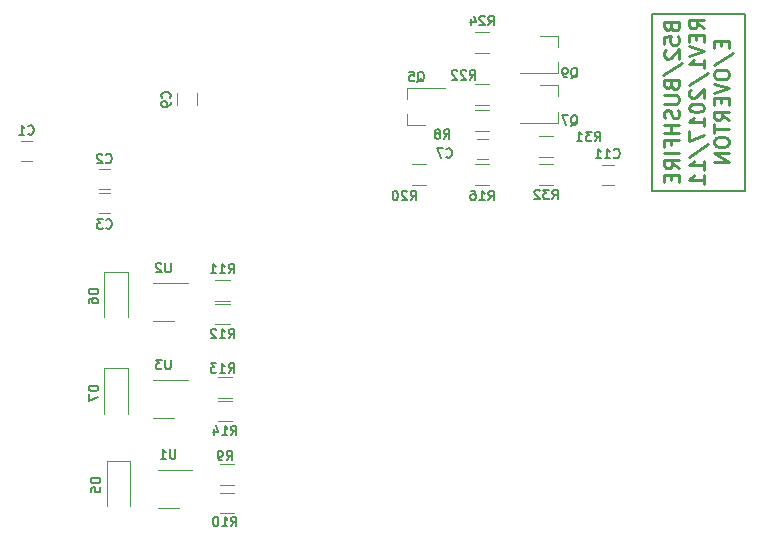
<source format=gbr>
G04 #@! TF.FileFunction,Legend,Bot*
%FSLAX46Y46*%
G04 Gerber Fmt 4.6, Leading zero omitted, Abs format (unit mm)*
G04 Created by KiCad (PCBNEW 4.0.7) date Wed Nov 15 19:51:43 2017*
%MOMM*%
%LPD*%
G01*
G04 APERTURE LIST*
%ADD10C,0.100000*%
%ADD11C,0.200000*%
%ADD12C,0.250000*%
%ADD13C,0.120000*%
%ADD14C,0.150000*%
G04 APERTURE END LIST*
D10*
D11*
X120400000Y-75200000D02*
X120200000Y-75200000D01*
X128000000Y-75200000D02*
X120400000Y-75200000D01*
X128000000Y-60200000D02*
X128000000Y-75200000D01*
X120200000Y-60200000D02*
X128000000Y-60200000D01*
X120200000Y-75200000D02*
X120200000Y-60200000D01*
X120400000Y-75200000D02*
X120200000Y-75200000D01*
D12*
X121785714Y-61290477D02*
X121845238Y-61469048D01*
X121904762Y-61528572D01*
X122023810Y-61588096D01*
X122202381Y-61588096D01*
X122321429Y-61528572D01*
X122380952Y-61469048D01*
X122440476Y-61350001D01*
X122440476Y-60873810D01*
X121190476Y-60873810D01*
X121190476Y-61290477D01*
X121250000Y-61409524D01*
X121309524Y-61469048D01*
X121428571Y-61528572D01*
X121547619Y-61528572D01*
X121666667Y-61469048D01*
X121726190Y-61409524D01*
X121785714Y-61290477D01*
X121785714Y-60873810D01*
X121190476Y-62719048D02*
X121190476Y-62123810D01*
X121785714Y-62064286D01*
X121726190Y-62123810D01*
X121666667Y-62242858D01*
X121666667Y-62540477D01*
X121726190Y-62659524D01*
X121785714Y-62719048D01*
X121904762Y-62778572D01*
X122202381Y-62778572D01*
X122321429Y-62719048D01*
X122380952Y-62659524D01*
X122440476Y-62540477D01*
X122440476Y-62242858D01*
X122380952Y-62123810D01*
X122321429Y-62064286D01*
X121309524Y-63254762D02*
X121250000Y-63314286D01*
X121190476Y-63433334D01*
X121190476Y-63730953D01*
X121250000Y-63850000D01*
X121309524Y-63909524D01*
X121428571Y-63969048D01*
X121547619Y-63969048D01*
X121726190Y-63909524D01*
X122440476Y-63195238D01*
X122440476Y-63969048D01*
X121130952Y-65397619D02*
X122738095Y-64326191D01*
X121785714Y-66230953D02*
X121845238Y-66409524D01*
X121904762Y-66469048D01*
X122023810Y-66528572D01*
X122202381Y-66528572D01*
X122321429Y-66469048D01*
X122380952Y-66409524D01*
X122440476Y-66290477D01*
X122440476Y-65814286D01*
X121190476Y-65814286D01*
X121190476Y-66230953D01*
X121250000Y-66350000D01*
X121309524Y-66409524D01*
X121428571Y-66469048D01*
X121547619Y-66469048D01*
X121666667Y-66409524D01*
X121726190Y-66350000D01*
X121785714Y-66230953D01*
X121785714Y-65814286D01*
X121190476Y-67064286D02*
X122202381Y-67064286D01*
X122321429Y-67123810D01*
X122380952Y-67183334D01*
X122440476Y-67302381D01*
X122440476Y-67540477D01*
X122380952Y-67659524D01*
X122321429Y-67719048D01*
X122202381Y-67778572D01*
X121190476Y-67778572D01*
X122380952Y-68314286D02*
X122440476Y-68492858D01*
X122440476Y-68790477D01*
X122380952Y-68909524D01*
X122321429Y-68969048D01*
X122202381Y-69028572D01*
X122083333Y-69028572D01*
X121964286Y-68969048D01*
X121904762Y-68909524D01*
X121845238Y-68790477D01*
X121785714Y-68552381D01*
X121726190Y-68433334D01*
X121666667Y-68373810D01*
X121547619Y-68314286D01*
X121428571Y-68314286D01*
X121309524Y-68373810D01*
X121250000Y-68433334D01*
X121190476Y-68552381D01*
X121190476Y-68850001D01*
X121250000Y-69028572D01*
X122440476Y-69564286D02*
X121190476Y-69564286D01*
X121785714Y-69564286D02*
X121785714Y-70278572D01*
X122440476Y-70278572D02*
X121190476Y-70278572D01*
X121785714Y-71290477D02*
X121785714Y-70873810D01*
X122440476Y-70873810D02*
X121190476Y-70873810D01*
X121190476Y-71469048D01*
X122440476Y-71945239D02*
X121190476Y-71945239D01*
X122440476Y-73254763D02*
X121845238Y-72838096D01*
X122440476Y-72540477D02*
X121190476Y-72540477D01*
X121190476Y-73016668D01*
X121250000Y-73135715D01*
X121309524Y-73195239D01*
X121428571Y-73254763D01*
X121607143Y-73254763D01*
X121726190Y-73195239D01*
X121785714Y-73135715D01*
X121845238Y-73016668D01*
X121845238Y-72540477D01*
X121785714Y-73790477D02*
X121785714Y-74207144D01*
X122440476Y-74385715D02*
X122440476Y-73790477D01*
X121190476Y-73790477D01*
X121190476Y-74385715D01*
X124565476Y-61409525D02*
X123970238Y-60992858D01*
X124565476Y-60695239D02*
X123315476Y-60695239D01*
X123315476Y-61171430D01*
X123375000Y-61290477D01*
X123434524Y-61350001D01*
X123553571Y-61409525D01*
X123732143Y-61409525D01*
X123851190Y-61350001D01*
X123910714Y-61290477D01*
X123970238Y-61171430D01*
X123970238Y-60695239D01*
X123910714Y-61945239D02*
X123910714Y-62361906D01*
X124565476Y-62540477D02*
X124565476Y-61945239D01*
X123315476Y-61945239D01*
X123315476Y-62540477D01*
X123315476Y-62897620D02*
X124565476Y-63314286D01*
X123315476Y-63730953D01*
X124565476Y-64802382D02*
X124565476Y-64088096D01*
X124565476Y-64445239D02*
X123315476Y-64445239D01*
X123494048Y-64326191D01*
X123613095Y-64207144D01*
X123672619Y-64088096D01*
X123255952Y-66230953D02*
X124863095Y-65159525D01*
X123434524Y-66588096D02*
X123375000Y-66647620D01*
X123315476Y-66766668D01*
X123315476Y-67064287D01*
X123375000Y-67183334D01*
X123434524Y-67242858D01*
X123553571Y-67302382D01*
X123672619Y-67302382D01*
X123851190Y-67242858D01*
X124565476Y-66528572D01*
X124565476Y-67302382D01*
X123315476Y-68076191D02*
X123315476Y-68195239D01*
X123375000Y-68314287D01*
X123434524Y-68373810D01*
X123553571Y-68433334D01*
X123791667Y-68492858D01*
X124089286Y-68492858D01*
X124327381Y-68433334D01*
X124446429Y-68373810D01*
X124505952Y-68314287D01*
X124565476Y-68195239D01*
X124565476Y-68076191D01*
X124505952Y-67957144D01*
X124446429Y-67897620D01*
X124327381Y-67838096D01*
X124089286Y-67778572D01*
X123791667Y-67778572D01*
X123553571Y-67838096D01*
X123434524Y-67897620D01*
X123375000Y-67957144D01*
X123315476Y-68076191D01*
X124565476Y-69683334D02*
X124565476Y-68969048D01*
X124565476Y-69326191D02*
X123315476Y-69326191D01*
X123494048Y-69207143D01*
X123613095Y-69088096D01*
X123672619Y-68969048D01*
X123315476Y-70100000D02*
X123315476Y-70933334D01*
X124565476Y-70397619D01*
X123255952Y-72302381D02*
X124863095Y-71230953D01*
X124565476Y-73373810D02*
X124565476Y-72659524D01*
X124565476Y-73016667D02*
X123315476Y-73016667D01*
X123494048Y-72897619D01*
X123613095Y-72778572D01*
X123672619Y-72659524D01*
X124565476Y-74564286D02*
X124565476Y-73850000D01*
X124565476Y-74207143D02*
X123315476Y-74207143D01*
X123494048Y-74088095D01*
X123613095Y-73969048D01*
X123672619Y-73850000D01*
X126035714Y-62510714D02*
X126035714Y-62927381D01*
X126690476Y-63105952D02*
X126690476Y-62510714D01*
X125440476Y-62510714D01*
X125440476Y-63105952D01*
X125380952Y-64534523D02*
X126988095Y-63463095D01*
X125440476Y-65189285D02*
X125440476Y-65427381D01*
X125500000Y-65546428D01*
X125619048Y-65665476D01*
X125857143Y-65725000D01*
X126273810Y-65725000D01*
X126511905Y-65665476D01*
X126630952Y-65546428D01*
X126690476Y-65427381D01*
X126690476Y-65189285D01*
X126630952Y-65070238D01*
X126511905Y-64951190D01*
X126273810Y-64891666D01*
X125857143Y-64891666D01*
X125619048Y-64951190D01*
X125500000Y-65070238D01*
X125440476Y-65189285D01*
X125440476Y-66082143D02*
X126690476Y-66498809D01*
X125440476Y-66915476D01*
X126035714Y-67332143D02*
X126035714Y-67748810D01*
X126690476Y-67927381D02*
X126690476Y-67332143D01*
X125440476Y-67332143D01*
X125440476Y-67927381D01*
X126690476Y-69177381D02*
X126095238Y-68760714D01*
X126690476Y-68463095D02*
X125440476Y-68463095D01*
X125440476Y-68939286D01*
X125500000Y-69058333D01*
X125559524Y-69117857D01*
X125678571Y-69177381D01*
X125857143Y-69177381D01*
X125976190Y-69117857D01*
X126035714Y-69058333D01*
X126095238Y-68939286D01*
X126095238Y-68463095D01*
X125440476Y-69534524D02*
X125440476Y-70248809D01*
X126690476Y-69891666D02*
X125440476Y-69891666D01*
X125440476Y-70903571D02*
X125440476Y-71141667D01*
X125500000Y-71260714D01*
X125619048Y-71379762D01*
X125857143Y-71439286D01*
X126273810Y-71439286D01*
X126511905Y-71379762D01*
X126630952Y-71260714D01*
X126690476Y-71141667D01*
X126690476Y-70903571D01*
X126630952Y-70784524D01*
X126511905Y-70665476D01*
X126273810Y-70605952D01*
X125857143Y-70605952D01*
X125619048Y-70665476D01*
X125500000Y-70784524D01*
X125440476Y-70903571D01*
X126690476Y-71975000D02*
X125440476Y-71975000D01*
X126690476Y-72689286D01*
X125440476Y-72689286D01*
D13*
X73800000Y-82000000D02*
X75800000Y-82000000D01*
X75800000Y-82000000D02*
X75800000Y-85850000D01*
X73800000Y-82000000D02*
X73800000Y-85850000D01*
X80100000Y-102010000D02*
X78300000Y-102010000D01*
X78300000Y-98790000D02*
X81250000Y-98790000D01*
X66700000Y-70950000D02*
X67700000Y-70950000D01*
X67700000Y-72650000D02*
X66700000Y-72650000D01*
X73300000Y-73350000D02*
X74300000Y-73350000D01*
X74300000Y-75050000D02*
X73300000Y-75050000D01*
X73300000Y-75350000D02*
X74300000Y-75350000D01*
X74300000Y-77050000D02*
X73300000Y-77050000D01*
X106300000Y-72450000D02*
X105300000Y-72450000D01*
X105300000Y-70750000D02*
X106300000Y-70750000D01*
X79950000Y-67900000D02*
X79950000Y-66900000D01*
X81650000Y-66900000D02*
X81650000Y-67900000D01*
X115900000Y-72950000D02*
X116900000Y-72950000D01*
X116900000Y-74650000D02*
X115900000Y-74650000D01*
X74000000Y-98000000D02*
X76000000Y-98000000D01*
X76000000Y-98000000D02*
X76000000Y-101850000D01*
X74000000Y-98000000D02*
X74000000Y-101850000D01*
X73800000Y-90200000D02*
X75800000Y-90200000D01*
X75800000Y-90200000D02*
X75800000Y-94050000D01*
X73800000Y-90200000D02*
X73800000Y-94050000D01*
X99440000Y-69580000D02*
X99440000Y-68650000D01*
X99440000Y-66420000D02*
X99440000Y-67350000D01*
X99440000Y-66420000D02*
X102600000Y-66420000D01*
X99440000Y-69580000D02*
X100900000Y-69580000D01*
X112160000Y-66220000D02*
X112160000Y-67150000D01*
X112160000Y-69380000D02*
X112160000Y-68450000D01*
X112160000Y-69380000D02*
X109000000Y-69380000D01*
X112160000Y-66220000D02*
X110700000Y-66220000D01*
X112160000Y-62020000D02*
X112160000Y-62950000D01*
X112160000Y-65180000D02*
X112160000Y-64250000D01*
X112160000Y-65180000D02*
X109000000Y-65180000D01*
X112160000Y-62020000D02*
X110700000Y-62020000D01*
X106400000Y-68320000D02*
X105200000Y-68320000D01*
X105200000Y-70080000D02*
X106400000Y-70080000D01*
X84800000Y-98320000D02*
X83600000Y-98320000D01*
X83600000Y-100080000D02*
X84800000Y-100080000D01*
X84800000Y-100720000D02*
X83600000Y-100720000D01*
X83600000Y-102480000D02*
X84800000Y-102480000D01*
X84400000Y-82720000D02*
X83200000Y-82720000D01*
X83200000Y-84480000D02*
X84400000Y-84480000D01*
X84400000Y-84720000D02*
X83200000Y-84720000D01*
X83200000Y-86480000D02*
X84400000Y-86480000D01*
X84600000Y-90920000D02*
X83400000Y-90920000D01*
X83400000Y-92680000D02*
X84600000Y-92680000D01*
X84600000Y-92920000D02*
X83400000Y-92920000D01*
X83400000Y-94680000D02*
X84600000Y-94680000D01*
X105200000Y-74680000D02*
X106400000Y-74680000D01*
X106400000Y-72920000D02*
X105200000Y-72920000D01*
X99800000Y-74680000D02*
X101000000Y-74680000D01*
X101000000Y-72920000D02*
X99800000Y-72920000D01*
X106400000Y-66120000D02*
X105200000Y-66120000D01*
X105200000Y-67880000D02*
X106400000Y-67880000D01*
X106400000Y-61720000D02*
X105200000Y-61720000D01*
X105200000Y-63480000D02*
X106400000Y-63480000D01*
X110600000Y-72280000D02*
X111800000Y-72280000D01*
X111800000Y-70520000D02*
X110600000Y-70520000D01*
X111800000Y-72920000D02*
X110600000Y-72920000D01*
X110600000Y-74680000D02*
X111800000Y-74680000D01*
X79700000Y-86210000D02*
X77900000Y-86210000D01*
X77900000Y-82990000D02*
X80850000Y-82990000D01*
X79700000Y-94410000D02*
X77900000Y-94410000D01*
X77900000Y-91190000D02*
X80850000Y-91190000D01*
D14*
X73256905Y-83482524D02*
X72456905Y-83482524D01*
X72456905Y-83673000D01*
X72495000Y-83787286D01*
X72571190Y-83863477D01*
X72647381Y-83901572D01*
X72799762Y-83939667D01*
X72914048Y-83939667D01*
X73066429Y-83901572D01*
X73142619Y-83863477D01*
X73218810Y-83787286D01*
X73256905Y-83673000D01*
X73256905Y-83482524D01*
X72456905Y-84625381D02*
X72456905Y-84473000D01*
X72495000Y-84396810D01*
X72533095Y-84358715D01*
X72647381Y-84282524D01*
X72799762Y-84244429D01*
X73104524Y-84244429D01*
X73180714Y-84282524D01*
X73218810Y-84320619D01*
X73256905Y-84396810D01*
X73256905Y-84549191D01*
X73218810Y-84625381D01*
X73180714Y-84663477D01*
X73104524Y-84701572D01*
X72914048Y-84701572D01*
X72837857Y-84663477D01*
X72799762Y-84625381D01*
X72761667Y-84549191D01*
X72761667Y-84396810D01*
X72799762Y-84320619D01*
X72837857Y-84282524D01*
X72914048Y-84244429D01*
X79809524Y-97061905D02*
X79809524Y-97709524D01*
X79771429Y-97785714D01*
X79733333Y-97823810D01*
X79657143Y-97861905D01*
X79504762Y-97861905D01*
X79428571Y-97823810D01*
X79390476Y-97785714D01*
X79352381Y-97709524D01*
X79352381Y-97061905D01*
X78552381Y-97861905D02*
X79009524Y-97861905D01*
X78780953Y-97861905D02*
X78780953Y-97061905D01*
X78857143Y-97176190D01*
X78933334Y-97252381D01*
X79009524Y-97290476D01*
X67333333Y-70335714D02*
X67371428Y-70373810D01*
X67485714Y-70411905D01*
X67561904Y-70411905D01*
X67676190Y-70373810D01*
X67752381Y-70297619D01*
X67790476Y-70221429D01*
X67828571Y-70069048D01*
X67828571Y-69954762D01*
X67790476Y-69802381D01*
X67752381Y-69726190D01*
X67676190Y-69650000D01*
X67561904Y-69611905D01*
X67485714Y-69611905D01*
X67371428Y-69650000D01*
X67333333Y-69688095D01*
X66571428Y-70411905D02*
X67028571Y-70411905D01*
X66800000Y-70411905D02*
X66800000Y-69611905D01*
X66876190Y-69726190D01*
X66952381Y-69802381D01*
X67028571Y-69840476D01*
X73933333Y-72735714D02*
X73971428Y-72773810D01*
X74085714Y-72811905D01*
X74161904Y-72811905D01*
X74276190Y-72773810D01*
X74352381Y-72697619D01*
X74390476Y-72621429D01*
X74428571Y-72469048D01*
X74428571Y-72354762D01*
X74390476Y-72202381D01*
X74352381Y-72126190D01*
X74276190Y-72050000D01*
X74161904Y-72011905D01*
X74085714Y-72011905D01*
X73971428Y-72050000D01*
X73933333Y-72088095D01*
X73628571Y-72088095D02*
X73590476Y-72050000D01*
X73514285Y-72011905D01*
X73323809Y-72011905D01*
X73247619Y-72050000D01*
X73209523Y-72088095D01*
X73171428Y-72164286D01*
X73171428Y-72240476D01*
X73209523Y-72354762D01*
X73666666Y-72811905D01*
X73171428Y-72811905D01*
X73933333Y-78285714D02*
X73971428Y-78323810D01*
X74085714Y-78361905D01*
X74161904Y-78361905D01*
X74276190Y-78323810D01*
X74352381Y-78247619D01*
X74390476Y-78171429D01*
X74428571Y-78019048D01*
X74428571Y-77904762D01*
X74390476Y-77752381D01*
X74352381Y-77676190D01*
X74276190Y-77600000D01*
X74161904Y-77561905D01*
X74085714Y-77561905D01*
X73971428Y-77600000D01*
X73933333Y-77638095D01*
X73666666Y-77561905D02*
X73171428Y-77561905D01*
X73438095Y-77866667D01*
X73323809Y-77866667D01*
X73247619Y-77904762D01*
X73209523Y-77942857D01*
X73171428Y-78019048D01*
X73171428Y-78209524D01*
X73209523Y-78285714D01*
X73247619Y-78323810D01*
X73323809Y-78361905D01*
X73552381Y-78361905D01*
X73628571Y-78323810D01*
X73666666Y-78285714D01*
X102733333Y-72285714D02*
X102771428Y-72323810D01*
X102885714Y-72361905D01*
X102961904Y-72361905D01*
X103076190Y-72323810D01*
X103152381Y-72247619D01*
X103190476Y-72171429D01*
X103228571Y-72019048D01*
X103228571Y-71904762D01*
X103190476Y-71752381D01*
X103152381Y-71676190D01*
X103076190Y-71600000D01*
X102961904Y-71561905D01*
X102885714Y-71561905D01*
X102771428Y-71600000D01*
X102733333Y-71638095D01*
X102466666Y-71561905D02*
X101933333Y-71561905D01*
X102276190Y-72361905D01*
X79335714Y-67266667D02*
X79373810Y-67228572D01*
X79411905Y-67114286D01*
X79411905Y-67038096D01*
X79373810Y-66923810D01*
X79297619Y-66847619D01*
X79221429Y-66809524D01*
X79069048Y-66771429D01*
X78954762Y-66771429D01*
X78802381Y-66809524D01*
X78726190Y-66847619D01*
X78650000Y-66923810D01*
X78611905Y-67038096D01*
X78611905Y-67114286D01*
X78650000Y-67228572D01*
X78688095Y-67266667D01*
X79411905Y-67647619D02*
X79411905Y-67800000D01*
X79373810Y-67876191D01*
X79335714Y-67914286D01*
X79221429Y-67990477D01*
X79069048Y-68028572D01*
X78764286Y-68028572D01*
X78688095Y-67990477D01*
X78650000Y-67952381D01*
X78611905Y-67876191D01*
X78611905Y-67723810D01*
X78650000Y-67647619D01*
X78688095Y-67609524D01*
X78764286Y-67571429D01*
X78954762Y-67571429D01*
X79030952Y-67609524D01*
X79069048Y-67647619D01*
X79107143Y-67723810D01*
X79107143Y-67876191D01*
X79069048Y-67952381D01*
X79030952Y-67990477D01*
X78954762Y-68028572D01*
X116914286Y-72335714D02*
X116952381Y-72373810D01*
X117066667Y-72411905D01*
X117142857Y-72411905D01*
X117257143Y-72373810D01*
X117333334Y-72297619D01*
X117371429Y-72221429D01*
X117409524Y-72069048D01*
X117409524Y-71954762D01*
X117371429Y-71802381D01*
X117333334Y-71726190D01*
X117257143Y-71650000D01*
X117142857Y-71611905D01*
X117066667Y-71611905D01*
X116952381Y-71650000D01*
X116914286Y-71688095D01*
X116152381Y-72411905D02*
X116609524Y-72411905D01*
X116380953Y-72411905D02*
X116380953Y-71611905D01*
X116457143Y-71726190D01*
X116533334Y-71802381D01*
X116609524Y-71840476D01*
X115390476Y-72411905D02*
X115847619Y-72411905D01*
X115619048Y-72411905D02*
X115619048Y-71611905D01*
X115695238Y-71726190D01*
X115771429Y-71802381D01*
X115847619Y-71840476D01*
X73456905Y-99482524D02*
X72656905Y-99482524D01*
X72656905Y-99673000D01*
X72695000Y-99787286D01*
X72771190Y-99863477D01*
X72847381Y-99901572D01*
X72999762Y-99939667D01*
X73114048Y-99939667D01*
X73266429Y-99901572D01*
X73342619Y-99863477D01*
X73418810Y-99787286D01*
X73456905Y-99673000D01*
X73456905Y-99482524D01*
X72656905Y-100663477D02*
X72656905Y-100282524D01*
X73037857Y-100244429D01*
X72999762Y-100282524D01*
X72961667Y-100358715D01*
X72961667Y-100549191D01*
X72999762Y-100625381D01*
X73037857Y-100663477D01*
X73114048Y-100701572D01*
X73304524Y-100701572D01*
X73380714Y-100663477D01*
X73418810Y-100625381D01*
X73456905Y-100549191D01*
X73456905Y-100358715D01*
X73418810Y-100282524D01*
X73380714Y-100244429D01*
X73256905Y-91682524D02*
X72456905Y-91682524D01*
X72456905Y-91873000D01*
X72495000Y-91987286D01*
X72571190Y-92063477D01*
X72647381Y-92101572D01*
X72799762Y-92139667D01*
X72914048Y-92139667D01*
X73066429Y-92101572D01*
X73142619Y-92063477D01*
X73218810Y-91987286D01*
X73256905Y-91873000D01*
X73256905Y-91682524D01*
X72456905Y-92406334D02*
X72456905Y-92939667D01*
X73256905Y-92596810D01*
X100276190Y-65938095D02*
X100352381Y-65900000D01*
X100428571Y-65823810D01*
X100542857Y-65709524D01*
X100619048Y-65671429D01*
X100695238Y-65671429D01*
X100657143Y-65861905D02*
X100733333Y-65823810D01*
X100809524Y-65747619D01*
X100847619Y-65595238D01*
X100847619Y-65328571D01*
X100809524Y-65176190D01*
X100733333Y-65100000D01*
X100657143Y-65061905D01*
X100504762Y-65061905D01*
X100428571Y-65100000D01*
X100352381Y-65176190D01*
X100314286Y-65328571D01*
X100314286Y-65595238D01*
X100352381Y-65747619D01*
X100428571Y-65823810D01*
X100504762Y-65861905D01*
X100657143Y-65861905D01*
X99590476Y-65061905D02*
X99971429Y-65061905D01*
X100009524Y-65442857D01*
X99971429Y-65404762D01*
X99895238Y-65366667D01*
X99704762Y-65366667D01*
X99628572Y-65404762D01*
X99590476Y-65442857D01*
X99552381Y-65519048D01*
X99552381Y-65709524D01*
X99590476Y-65785714D01*
X99628572Y-65823810D01*
X99704762Y-65861905D01*
X99895238Y-65861905D01*
X99971429Y-65823810D01*
X100009524Y-65785714D01*
X113276190Y-69638095D02*
X113352381Y-69600000D01*
X113428571Y-69523810D01*
X113542857Y-69409524D01*
X113619048Y-69371429D01*
X113695238Y-69371429D01*
X113657143Y-69561905D02*
X113733333Y-69523810D01*
X113809524Y-69447619D01*
X113847619Y-69295238D01*
X113847619Y-69028571D01*
X113809524Y-68876190D01*
X113733333Y-68800000D01*
X113657143Y-68761905D01*
X113504762Y-68761905D01*
X113428571Y-68800000D01*
X113352381Y-68876190D01*
X113314286Y-69028571D01*
X113314286Y-69295238D01*
X113352381Y-69447619D01*
X113428571Y-69523810D01*
X113504762Y-69561905D01*
X113657143Y-69561905D01*
X113047619Y-68761905D02*
X112514286Y-68761905D01*
X112857143Y-69561905D01*
X113276190Y-65638095D02*
X113352381Y-65600000D01*
X113428571Y-65523810D01*
X113542857Y-65409524D01*
X113619048Y-65371429D01*
X113695238Y-65371429D01*
X113657143Y-65561905D02*
X113733333Y-65523810D01*
X113809524Y-65447619D01*
X113847619Y-65295238D01*
X113847619Y-65028571D01*
X113809524Y-64876190D01*
X113733333Y-64800000D01*
X113657143Y-64761905D01*
X113504762Y-64761905D01*
X113428571Y-64800000D01*
X113352381Y-64876190D01*
X113314286Y-65028571D01*
X113314286Y-65295238D01*
X113352381Y-65447619D01*
X113428571Y-65523810D01*
X113504762Y-65561905D01*
X113657143Y-65561905D01*
X112933334Y-65561905D02*
X112780953Y-65561905D01*
X112704762Y-65523810D01*
X112666667Y-65485714D01*
X112590476Y-65371429D01*
X112552381Y-65219048D01*
X112552381Y-64914286D01*
X112590476Y-64838095D01*
X112628572Y-64800000D01*
X112704762Y-64761905D01*
X112857143Y-64761905D01*
X112933334Y-64800000D01*
X112971429Y-64838095D01*
X113009524Y-64914286D01*
X113009524Y-65104762D01*
X112971429Y-65180952D01*
X112933334Y-65219048D01*
X112857143Y-65257143D01*
X112704762Y-65257143D01*
X112628572Y-65219048D01*
X112590476Y-65180952D01*
X112552381Y-65104762D01*
X102533333Y-70761905D02*
X102800000Y-70380952D01*
X102990476Y-70761905D02*
X102990476Y-69961905D01*
X102685714Y-69961905D01*
X102609523Y-70000000D01*
X102571428Y-70038095D01*
X102533333Y-70114286D01*
X102533333Y-70228571D01*
X102571428Y-70304762D01*
X102609523Y-70342857D01*
X102685714Y-70380952D01*
X102990476Y-70380952D01*
X102076190Y-70304762D02*
X102152381Y-70266667D01*
X102190476Y-70228571D01*
X102228571Y-70152381D01*
X102228571Y-70114286D01*
X102190476Y-70038095D01*
X102152381Y-70000000D01*
X102076190Y-69961905D01*
X101923809Y-69961905D01*
X101847619Y-70000000D01*
X101809523Y-70038095D01*
X101771428Y-70114286D01*
X101771428Y-70152381D01*
X101809523Y-70228571D01*
X101847619Y-70266667D01*
X101923809Y-70304762D01*
X102076190Y-70304762D01*
X102152381Y-70342857D01*
X102190476Y-70380952D01*
X102228571Y-70457143D01*
X102228571Y-70609524D01*
X102190476Y-70685714D01*
X102152381Y-70723810D01*
X102076190Y-70761905D01*
X101923809Y-70761905D01*
X101847619Y-70723810D01*
X101809523Y-70685714D01*
X101771428Y-70609524D01*
X101771428Y-70457143D01*
X101809523Y-70380952D01*
X101847619Y-70342857D01*
X101923809Y-70304762D01*
X84133333Y-97961905D02*
X84400000Y-97580952D01*
X84590476Y-97961905D02*
X84590476Y-97161905D01*
X84285714Y-97161905D01*
X84209523Y-97200000D01*
X84171428Y-97238095D01*
X84133333Y-97314286D01*
X84133333Y-97428571D01*
X84171428Y-97504762D01*
X84209523Y-97542857D01*
X84285714Y-97580952D01*
X84590476Y-97580952D01*
X83752381Y-97961905D02*
X83600000Y-97961905D01*
X83523809Y-97923810D01*
X83485714Y-97885714D01*
X83409523Y-97771429D01*
X83371428Y-97619048D01*
X83371428Y-97314286D01*
X83409523Y-97238095D01*
X83447619Y-97200000D01*
X83523809Y-97161905D01*
X83676190Y-97161905D01*
X83752381Y-97200000D01*
X83790476Y-97238095D01*
X83828571Y-97314286D01*
X83828571Y-97504762D01*
X83790476Y-97580952D01*
X83752381Y-97619048D01*
X83676190Y-97657143D01*
X83523809Y-97657143D01*
X83447619Y-97619048D01*
X83409523Y-97580952D01*
X83371428Y-97504762D01*
X84514286Y-103561905D02*
X84780953Y-103180952D01*
X84971429Y-103561905D02*
X84971429Y-102761905D01*
X84666667Y-102761905D01*
X84590476Y-102800000D01*
X84552381Y-102838095D01*
X84514286Y-102914286D01*
X84514286Y-103028571D01*
X84552381Y-103104762D01*
X84590476Y-103142857D01*
X84666667Y-103180952D01*
X84971429Y-103180952D01*
X83752381Y-103561905D02*
X84209524Y-103561905D01*
X83980953Y-103561905D02*
X83980953Y-102761905D01*
X84057143Y-102876190D01*
X84133334Y-102952381D01*
X84209524Y-102990476D01*
X83257143Y-102761905D02*
X83180952Y-102761905D01*
X83104762Y-102800000D01*
X83066667Y-102838095D01*
X83028571Y-102914286D01*
X82990476Y-103066667D01*
X82990476Y-103257143D01*
X83028571Y-103409524D01*
X83066667Y-103485714D01*
X83104762Y-103523810D01*
X83180952Y-103561905D01*
X83257143Y-103561905D01*
X83333333Y-103523810D01*
X83371429Y-103485714D01*
X83409524Y-103409524D01*
X83447619Y-103257143D01*
X83447619Y-103066667D01*
X83409524Y-102914286D01*
X83371429Y-102838095D01*
X83333333Y-102800000D01*
X83257143Y-102761905D01*
X84314286Y-82161905D02*
X84580953Y-81780952D01*
X84771429Y-82161905D02*
X84771429Y-81361905D01*
X84466667Y-81361905D01*
X84390476Y-81400000D01*
X84352381Y-81438095D01*
X84314286Y-81514286D01*
X84314286Y-81628571D01*
X84352381Y-81704762D01*
X84390476Y-81742857D01*
X84466667Y-81780952D01*
X84771429Y-81780952D01*
X83552381Y-82161905D02*
X84009524Y-82161905D01*
X83780953Y-82161905D02*
X83780953Y-81361905D01*
X83857143Y-81476190D01*
X83933334Y-81552381D01*
X84009524Y-81590476D01*
X82790476Y-82161905D02*
X83247619Y-82161905D01*
X83019048Y-82161905D02*
X83019048Y-81361905D01*
X83095238Y-81476190D01*
X83171429Y-81552381D01*
X83247619Y-81590476D01*
X84314286Y-87661905D02*
X84580953Y-87280952D01*
X84771429Y-87661905D02*
X84771429Y-86861905D01*
X84466667Y-86861905D01*
X84390476Y-86900000D01*
X84352381Y-86938095D01*
X84314286Y-87014286D01*
X84314286Y-87128571D01*
X84352381Y-87204762D01*
X84390476Y-87242857D01*
X84466667Y-87280952D01*
X84771429Y-87280952D01*
X83552381Y-87661905D02*
X84009524Y-87661905D01*
X83780953Y-87661905D02*
X83780953Y-86861905D01*
X83857143Y-86976190D01*
X83933334Y-87052381D01*
X84009524Y-87090476D01*
X83247619Y-86938095D02*
X83209524Y-86900000D01*
X83133333Y-86861905D01*
X82942857Y-86861905D01*
X82866667Y-86900000D01*
X82828571Y-86938095D01*
X82790476Y-87014286D01*
X82790476Y-87090476D01*
X82828571Y-87204762D01*
X83285714Y-87661905D01*
X82790476Y-87661905D01*
X84314286Y-90561905D02*
X84580953Y-90180952D01*
X84771429Y-90561905D02*
X84771429Y-89761905D01*
X84466667Y-89761905D01*
X84390476Y-89800000D01*
X84352381Y-89838095D01*
X84314286Y-89914286D01*
X84314286Y-90028571D01*
X84352381Y-90104762D01*
X84390476Y-90142857D01*
X84466667Y-90180952D01*
X84771429Y-90180952D01*
X83552381Y-90561905D02*
X84009524Y-90561905D01*
X83780953Y-90561905D02*
X83780953Y-89761905D01*
X83857143Y-89876190D01*
X83933334Y-89952381D01*
X84009524Y-89990476D01*
X83285714Y-89761905D02*
X82790476Y-89761905D01*
X83057143Y-90066667D01*
X82942857Y-90066667D01*
X82866667Y-90104762D01*
X82828571Y-90142857D01*
X82790476Y-90219048D01*
X82790476Y-90409524D01*
X82828571Y-90485714D01*
X82866667Y-90523810D01*
X82942857Y-90561905D01*
X83171429Y-90561905D01*
X83247619Y-90523810D01*
X83285714Y-90485714D01*
X84514286Y-95861905D02*
X84780953Y-95480952D01*
X84971429Y-95861905D02*
X84971429Y-95061905D01*
X84666667Y-95061905D01*
X84590476Y-95100000D01*
X84552381Y-95138095D01*
X84514286Y-95214286D01*
X84514286Y-95328571D01*
X84552381Y-95404762D01*
X84590476Y-95442857D01*
X84666667Y-95480952D01*
X84971429Y-95480952D01*
X83752381Y-95861905D02*
X84209524Y-95861905D01*
X83980953Y-95861905D02*
X83980953Y-95061905D01*
X84057143Y-95176190D01*
X84133334Y-95252381D01*
X84209524Y-95290476D01*
X83066667Y-95328571D02*
X83066667Y-95861905D01*
X83257143Y-95023810D02*
X83447619Y-95595238D01*
X82952381Y-95595238D01*
X106314286Y-75961905D02*
X106580953Y-75580952D01*
X106771429Y-75961905D02*
X106771429Y-75161905D01*
X106466667Y-75161905D01*
X106390476Y-75200000D01*
X106352381Y-75238095D01*
X106314286Y-75314286D01*
X106314286Y-75428571D01*
X106352381Y-75504762D01*
X106390476Y-75542857D01*
X106466667Y-75580952D01*
X106771429Y-75580952D01*
X105552381Y-75961905D02*
X106009524Y-75961905D01*
X105780953Y-75961905D02*
X105780953Y-75161905D01*
X105857143Y-75276190D01*
X105933334Y-75352381D01*
X106009524Y-75390476D01*
X104866667Y-75161905D02*
X105019048Y-75161905D01*
X105095238Y-75200000D01*
X105133333Y-75238095D01*
X105209524Y-75352381D01*
X105247619Y-75504762D01*
X105247619Y-75809524D01*
X105209524Y-75885714D01*
X105171429Y-75923810D01*
X105095238Y-75961905D01*
X104942857Y-75961905D01*
X104866667Y-75923810D01*
X104828571Y-75885714D01*
X104790476Y-75809524D01*
X104790476Y-75619048D01*
X104828571Y-75542857D01*
X104866667Y-75504762D01*
X104942857Y-75466667D01*
X105095238Y-75466667D01*
X105171429Y-75504762D01*
X105209524Y-75542857D01*
X105247619Y-75619048D01*
X99714286Y-75961905D02*
X99980953Y-75580952D01*
X100171429Y-75961905D02*
X100171429Y-75161905D01*
X99866667Y-75161905D01*
X99790476Y-75200000D01*
X99752381Y-75238095D01*
X99714286Y-75314286D01*
X99714286Y-75428571D01*
X99752381Y-75504762D01*
X99790476Y-75542857D01*
X99866667Y-75580952D01*
X100171429Y-75580952D01*
X99409524Y-75238095D02*
X99371429Y-75200000D01*
X99295238Y-75161905D01*
X99104762Y-75161905D01*
X99028572Y-75200000D01*
X98990476Y-75238095D01*
X98952381Y-75314286D01*
X98952381Y-75390476D01*
X98990476Y-75504762D01*
X99447619Y-75961905D01*
X98952381Y-75961905D01*
X98457143Y-75161905D02*
X98380952Y-75161905D01*
X98304762Y-75200000D01*
X98266667Y-75238095D01*
X98228571Y-75314286D01*
X98190476Y-75466667D01*
X98190476Y-75657143D01*
X98228571Y-75809524D01*
X98266667Y-75885714D01*
X98304762Y-75923810D01*
X98380952Y-75961905D01*
X98457143Y-75961905D01*
X98533333Y-75923810D01*
X98571429Y-75885714D01*
X98609524Y-75809524D01*
X98647619Y-75657143D01*
X98647619Y-75466667D01*
X98609524Y-75314286D01*
X98571429Y-75238095D01*
X98533333Y-75200000D01*
X98457143Y-75161905D01*
X104714286Y-65761905D02*
X104980953Y-65380952D01*
X105171429Y-65761905D02*
X105171429Y-64961905D01*
X104866667Y-64961905D01*
X104790476Y-65000000D01*
X104752381Y-65038095D01*
X104714286Y-65114286D01*
X104714286Y-65228571D01*
X104752381Y-65304762D01*
X104790476Y-65342857D01*
X104866667Y-65380952D01*
X105171429Y-65380952D01*
X104409524Y-65038095D02*
X104371429Y-65000000D01*
X104295238Y-64961905D01*
X104104762Y-64961905D01*
X104028572Y-65000000D01*
X103990476Y-65038095D01*
X103952381Y-65114286D01*
X103952381Y-65190476D01*
X103990476Y-65304762D01*
X104447619Y-65761905D01*
X103952381Y-65761905D01*
X103647619Y-65038095D02*
X103609524Y-65000000D01*
X103533333Y-64961905D01*
X103342857Y-64961905D01*
X103266667Y-65000000D01*
X103228571Y-65038095D01*
X103190476Y-65114286D01*
X103190476Y-65190476D01*
X103228571Y-65304762D01*
X103685714Y-65761905D01*
X103190476Y-65761905D01*
X106314286Y-61161905D02*
X106580953Y-60780952D01*
X106771429Y-61161905D02*
X106771429Y-60361905D01*
X106466667Y-60361905D01*
X106390476Y-60400000D01*
X106352381Y-60438095D01*
X106314286Y-60514286D01*
X106314286Y-60628571D01*
X106352381Y-60704762D01*
X106390476Y-60742857D01*
X106466667Y-60780952D01*
X106771429Y-60780952D01*
X106009524Y-60438095D02*
X105971429Y-60400000D01*
X105895238Y-60361905D01*
X105704762Y-60361905D01*
X105628572Y-60400000D01*
X105590476Y-60438095D01*
X105552381Y-60514286D01*
X105552381Y-60590476D01*
X105590476Y-60704762D01*
X106047619Y-61161905D01*
X105552381Y-61161905D01*
X104866667Y-60628571D02*
X104866667Y-61161905D01*
X105057143Y-60323810D02*
X105247619Y-60895238D01*
X104752381Y-60895238D01*
X115314286Y-70961905D02*
X115580953Y-70580952D01*
X115771429Y-70961905D02*
X115771429Y-70161905D01*
X115466667Y-70161905D01*
X115390476Y-70200000D01*
X115352381Y-70238095D01*
X115314286Y-70314286D01*
X115314286Y-70428571D01*
X115352381Y-70504762D01*
X115390476Y-70542857D01*
X115466667Y-70580952D01*
X115771429Y-70580952D01*
X115047619Y-70161905D02*
X114552381Y-70161905D01*
X114819048Y-70466667D01*
X114704762Y-70466667D01*
X114628572Y-70504762D01*
X114590476Y-70542857D01*
X114552381Y-70619048D01*
X114552381Y-70809524D01*
X114590476Y-70885714D01*
X114628572Y-70923810D01*
X114704762Y-70961905D01*
X114933334Y-70961905D01*
X115009524Y-70923810D01*
X115047619Y-70885714D01*
X113790476Y-70961905D02*
X114247619Y-70961905D01*
X114019048Y-70961905D02*
X114019048Y-70161905D01*
X114095238Y-70276190D01*
X114171429Y-70352381D01*
X114247619Y-70390476D01*
X111714286Y-75861905D02*
X111980953Y-75480952D01*
X112171429Y-75861905D02*
X112171429Y-75061905D01*
X111866667Y-75061905D01*
X111790476Y-75100000D01*
X111752381Y-75138095D01*
X111714286Y-75214286D01*
X111714286Y-75328571D01*
X111752381Y-75404762D01*
X111790476Y-75442857D01*
X111866667Y-75480952D01*
X112171429Y-75480952D01*
X111447619Y-75061905D02*
X110952381Y-75061905D01*
X111219048Y-75366667D01*
X111104762Y-75366667D01*
X111028572Y-75404762D01*
X110990476Y-75442857D01*
X110952381Y-75519048D01*
X110952381Y-75709524D01*
X110990476Y-75785714D01*
X111028572Y-75823810D01*
X111104762Y-75861905D01*
X111333334Y-75861905D01*
X111409524Y-75823810D01*
X111447619Y-75785714D01*
X110647619Y-75138095D02*
X110609524Y-75100000D01*
X110533333Y-75061905D01*
X110342857Y-75061905D01*
X110266667Y-75100000D01*
X110228571Y-75138095D01*
X110190476Y-75214286D01*
X110190476Y-75290476D01*
X110228571Y-75404762D01*
X110685714Y-75861905D01*
X110190476Y-75861905D01*
X79409524Y-81261905D02*
X79409524Y-81909524D01*
X79371429Y-81985714D01*
X79333333Y-82023810D01*
X79257143Y-82061905D01*
X79104762Y-82061905D01*
X79028571Y-82023810D01*
X78990476Y-81985714D01*
X78952381Y-81909524D01*
X78952381Y-81261905D01*
X78609524Y-81338095D02*
X78571429Y-81300000D01*
X78495238Y-81261905D01*
X78304762Y-81261905D01*
X78228572Y-81300000D01*
X78190476Y-81338095D01*
X78152381Y-81414286D01*
X78152381Y-81490476D01*
X78190476Y-81604762D01*
X78647619Y-82061905D01*
X78152381Y-82061905D01*
X79409524Y-89461905D02*
X79409524Y-90109524D01*
X79371429Y-90185714D01*
X79333333Y-90223810D01*
X79257143Y-90261905D01*
X79104762Y-90261905D01*
X79028571Y-90223810D01*
X78990476Y-90185714D01*
X78952381Y-90109524D01*
X78952381Y-89461905D01*
X78647619Y-89461905D02*
X78152381Y-89461905D01*
X78419048Y-89766667D01*
X78304762Y-89766667D01*
X78228572Y-89804762D01*
X78190476Y-89842857D01*
X78152381Y-89919048D01*
X78152381Y-90109524D01*
X78190476Y-90185714D01*
X78228572Y-90223810D01*
X78304762Y-90261905D01*
X78533334Y-90261905D01*
X78609524Y-90223810D01*
X78647619Y-90185714D01*
M02*

</source>
